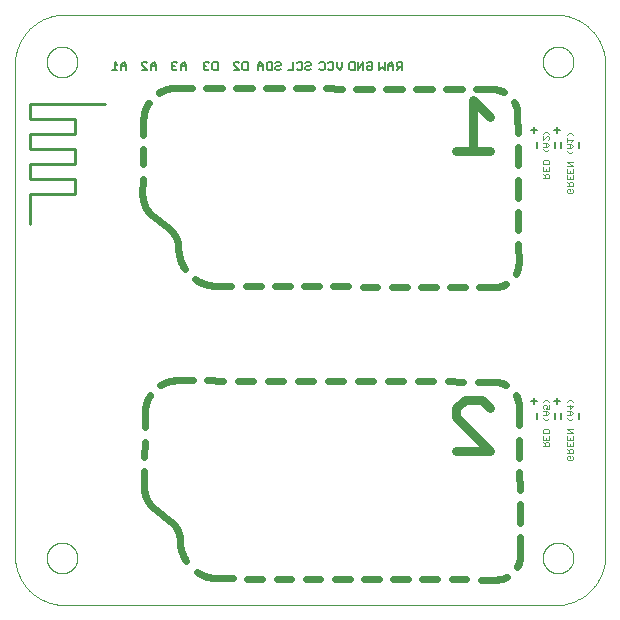
<source format=gbo>
G75*
%MOIN*%
%OFA0B0*%
%FSLAX25Y25*%
%IPPOS*%
%LPD*%
%AMOC8*
5,1,8,0,0,1.08239X$1,22.5*
%
%ADD10C,0.00000*%
%ADD11C,0.00500*%
%ADD12C,0.01000*%
%ADD13C,0.02400*%
%ADD14C,0.03000*%
%ADD15C,0.00400*%
D10*
X0001000Y0017703D02*
X0001000Y0181147D01*
X0011630Y0182102D02*
X0011632Y0182245D01*
X0011638Y0182388D01*
X0011648Y0182530D01*
X0011662Y0182672D01*
X0011680Y0182814D01*
X0011702Y0182956D01*
X0011727Y0183096D01*
X0011757Y0183236D01*
X0011791Y0183375D01*
X0011828Y0183513D01*
X0011870Y0183650D01*
X0011915Y0183785D01*
X0011964Y0183919D01*
X0012016Y0184052D01*
X0012072Y0184184D01*
X0012132Y0184313D01*
X0012196Y0184441D01*
X0012263Y0184568D01*
X0012334Y0184692D01*
X0012408Y0184814D01*
X0012485Y0184934D01*
X0012566Y0185052D01*
X0012650Y0185168D01*
X0012737Y0185281D01*
X0012827Y0185392D01*
X0012921Y0185500D01*
X0013017Y0185606D01*
X0013116Y0185708D01*
X0013219Y0185808D01*
X0013323Y0185905D01*
X0013431Y0186000D01*
X0013541Y0186091D01*
X0013654Y0186179D01*
X0013769Y0186263D01*
X0013886Y0186345D01*
X0014006Y0186423D01*
X0014127Y0186498D01*
X0014251Y0186570D01*
X0014377Y0186638D01*
X0014504Y0186702D01*
X0014634Y0186763D01*
X0014765Y0186820D01*
X0014897Y0186874D01*
X0015031Y0186923D01*
X0015166Y0186970D01*
X0015303Y0187012D01*
X0015441Y0187050D01*
X0015579Y0187085D01*
X0015719Y0187115D01*
X0015859Y0187142D01*
X0016000Y0187165D01*
X0016142Y0187184D01*
X0016284Y0187199D01*
X0016427Y0187210D01*
X0016569Y0187217D01*
X0016712Y0187220D01*
X0016855Y0187219D01*
X0016998Y0187214D01*
X0017141Y0187205D01*
X0017283Y0187192D01*
X0017425Y0187175D01*
X0017566Y0187154D01*
X0017707Y0187129D01*
X0017847Y0187101D01*
X0017986Y0187068D01*
X0018124Y0187031D01*
X0018261Y0186991D01*
X0018397Y0186947D01*
X0018532Y0186899D01*
X0018665Y0186847D01*
X0018797Y0186792D01*
X0018927Y0186733D01*
X0019056Y0186670D01*
X0019182Y0186604D01*
X0019307Y0186534D01*
X0019430Y0186461D01*
X0019550Y0186385D01*
X0019669Y0186305D01*
X0019785Y0186221D01*
X0019899Y0186135D01*
X0020010Y0186045D01*
X0020119Y0185953D01*
X0020225Y0185857D01*
X0020329Y0185759D01*
X0020430Y0185657D01*
X0020527Y0185553D01*
X0020622Y0185446D01*
X0020714Y0185337D01*
X0020803Y0185225D01*
X0020889Y0185110D01*
X0020971Y0184994D01*
X0021050Y0184874D01*
X0021126Y0184753D01*
X0021198Y0184630D01*
X0021267Y0184505D01*
X0021332Y0184378D01*
X0021394Y0184249D01*
X0021452Y0184118D01*
X0021507Y0183986D01*
X0021557Y0183852D01*
X0021604Y0183717D01*
X0021648Y0183581D01*
X0021687Y0183444D01*
X0021722Y0183305D01*
X0021754Y0183166D01*
X0021782Y0183026D01*
X0021806Y0182885D01*
X0021826Y0182743D01*
X0021842Y0182601D01*
X0021854Y0182459D01*
X0021862Y0182316D01*
X0021866Y0182173D01*
X0021866Y0182031D01*
X0021862Y0181888D01*
X0021854Y0181745D01*
X0021842Y0181603D01*
X0021826Y0181461D01*
X0021806Y0181319D01*
X0021782Y0181178D01*
X0021754Y0181038D01*
X0021722Y0180899D01*
X0021687Y0180760D01*
X0021648Y0180623D01*
X0021604Y0180487D01*
X0021557Y0180352D01*
X0021507Y0180218D01*
X0021452Y0180086D01*
X0021394Y0179955D01*
X0021332Y0179826D01*
X0021267Y0179699D01*
X0021198Y0179574D01*
X0021126Y0179451D01*
X0021050Y0179330D01*
X0020971Y0179210D01*
X0020889Y0179094D01*
X0020803Y0178979D01*
X0020714Y0178867D01*
X0020622Y0178758D01*
X0020527Y0178651D01*
X0020430Y0178547D01*
X0020329Y0178445D01*
X0020225Y0178347D01*
X0020119Y0178251D01*
X0020010Y0178159D01*
X0019899Y0178069D01*
X0019785Y0177983D01*
X0019669Y0177899D01*
X0019550Y0177819D01*
X0019430Y0177743D01*
X0019307Y0177670D01*
X0019182Y0177600D01*
X0019056Y0177534D01*
X0018927Y0177471D01*
X0018797Y0177412D01*
X0018665Y0177357D01*
X0018532Y0177305D01*
X0018397Y0177257D01*
X0018261Y0177213D01*
X0018124Y0177173D01*
X0017986Y0177136D01*
X0017847Y0177103D01*
X0017707Y0177075D01*
X0017566Y0177050D01*
X0017425Y0177029D01*
X0017283Y0177012D01*
X0017141Y0176999D01*
X0016998Y0176990D01*
X0016855Y0176985D01*
X0016712Y0176984D01*
X0016569Y0176987D01*
X0016427Y0176994D01*
X0016284Y0177005D01*
X0016142Y0177020D01*
X0016000Y0177039D01*
X0015859Y0177062D01*
X0015719Y0177089D01*
X0015579Y0177119D01*
X0015441Y0177154D01*
X0015303Y0177192D01*
X0015166Y0177234D01*
X0015031Y0177281D01*
X0014897Y0177330D01*
X0014765Y0177384D01*
X0014634Y0177441D01*
X0014504Y0177502D01*
X0014377Y0177566D01*
X0014251Y0177634D01*
X0014127Y0177706D01*
X0014006Y0177781D01*
X0013886Y0177859D01*
X0013769Y0177941D01*
X0013654Y0178025D01*
X0013541Y0178113D01*
X0013431Y0178204D01*
X0013323Y0178299D01*
X0013219Y0178396D01*
X0013116Y0178496D01*
X0013017Y0178598D01*
X0012921Y0178704D01*
X0012827Y0178812D01*
X0012737Y0178923D01*
X0012650Y0179036D01*
X0012566Y0179152D01*
X0012485Y0179270D01*
X0012408Y0179390D01*
X0012334Y0179512D01*
X0012263Y0179636D01*
X0012196Y0179763D01*
X0012132Y0179891D01*
X0012072Y0180020D01*
X0012016Y0180152D01*
X0011964Y0180285D01*
X0011915Y0180419D01*
X0011870Y0180554D01*
X0011828Y0180691D01*
X0011791Y0180829D01*
X0011757Y0180968D01*
X0011727Y0181108D01*
X0011702Y0181248D01*
X0011680Y0181390D01*
X0011662Y0181532D01*
X0011648Y0181674D01*
X0011638Y0181816D01*
X0011632Y0181959D01*
X0011630Y0182102D01*
X0001000Y0181147D02*
X0001005Y0181557D01*
X0001020Y0181967D01*
X0001045Y0182376D01*
X0001080Y0182784D01*
X0001126Y0183192D01*
X0001181Y0183598D01*
X0001246Y0184003D01*
X0001321Y0184406D01*
X0001406Y0184807D01*
X0001501Y0185205D01*
X0001605Y0185602D01*
X0001719Y0185996D01*
X0001843Y0186386D01*
X0001976Y0186774D01*
X0002119Y0187158D01*
X0002271Y0187539D01*
X0002433Y0187916D01*
X0002604Y0188288D01*
X0002783Y0188657D01*
X0002972Y0189021D01*
X0003170Y0189380D01*
X0003376Y0189734D01*
X0003591Y0190083D01*
X0003815Y0190427D01*
X0004047Y0190765D01*
X0004287Y0191097D01*
X0004535Y0191423D01*
X0004791Y0191743D01*
X0005055Y0192057D01*
X0005327Y0192364D01*
X0005606Y0192664D01*
X0005892Y0192958D01*
X0006186Y0193244D01*
X0006486Y0193523D01*
X0006793Y0193795D01*
X0007107Y0194059D01*
X0007427Y0194315D01*
X0007753Y0194563D01*
X0008085Y0194803D01*
X0008423Y0195035D01*
X0008767Y0195259D01*
X0009116Y0195474D01*
X0009470Y0195680D01*
X0009829Y0195878D01*
X0010193Y0196067D01*
X0010562Y0196246D01*
X0010934Y0196417D01*
X0011311Y0196579D01*
X0011692Y0196731D01*
X0012076Y0196874D01*
X0012464Y0197007D01*
X0012854Y0197131D01*
X0013248Y0197245D01*
X0013645Y0197349D01*
X0014043Y0197444D01*
X0014444Y0197529D01*
X0014847Y0197604D01*
X0015252Y0197669D01*
X0015658Y0197724D01*
X0016066Y0197770D01*
X0016474Y0197805D01*
X0016883Y0197830D01*
X0017293Y0197845D01*
X0017703Y0197850D01*
X0181147Y0197850D01*
X0176984Y0182102D02*
X0176986Y0182245D01*
X0176992Y0182388D01*
X0177002Y0182530D01*
X0177016Y0182672D01*
X0177034Y0182814D01*
X0177056Y0182956D01*
X0177081Y0183096D01*
X0177111Y0183236D01*
X0177145Y0183375D01*
X0177182Y0183513D01*
X0177224Y0183650D01*
X0177269Y0183785D01*
X0177318Y0183919D01*
X0177370Y0184052D01*
X0177426Y0184184D01*
X0177486Y0184313D01*
X0177550Y0184441D01*
X0177617Y0184568D01*
X0177688Y0184692D01*
X0177762Y0184814D01*
X0177839Y0184934D01*
X0177920Y0185052D01*
X0178004Y0185168D01*
X0178091Y0185281D01*
X0178181Y0185392D01*
X0178275Y0185500D01*
X0178371Y0185606D01*
X0178470Y0185708D01*
X0178573Y0185808D01*
X0178677Y0185905D01*
X0178785Y0186000D01*
X0178895Y0186091D01*
X0179008Y0186179D01*
X0179123Y0186263D01*
X0179240Y0186345D01*
X0179360Y0186423D01*
X0179481Y0186498D01*
X0179605Y0186570D01*
X0179731Y0186638D01*
X0179858Y0186702D01*
X0179988Y0186763D01*
X0180119Y0186820D01*
X0180251Y0186874D01*
X0180385Y0186923D01*
X0180520Y0186970D01*
X0180657Y0187012D01*
X0180795Y0187050D01*
X0180933Y0187085D01*
X0181073Y0187115D01*
X0181213Y0187142D01*
X0181354Y0187165D01*
X0181496Y0187184D01*
X0181638Y0187199D01*
X0181781Y0187210D01*
X0181923Y0187217D01*
X0182066Y0187220D01*
X0182209Y0187219D01*
X0182352Y0187214D01*
X0182495Y0187205D01*
X0182637Y0187192D01*
X0182779Y0187175D01*
X0182920Y0187154D01*
X0183061Y0187129D01*
X0183201Y0187101D01*
X0183340Y0187068D01*
X0183478Y0187031D01*
X0183615Y0186991D01*
X0183751Y0186947D01*
X0183886Y0186899D01*
X0184019Y0186847D01*
X0184151Y0186792D01*
X0184281Y0186733D01*
X0184410Y0186670D01*
X0184536Y0186604D01*
X0184661Y0186534D01*
X0184784Y0186461D01*
X0184904Y0186385D01*
X0185023Y0186305D01*
X0185139Y0186221D01*
X0185253Y0186135D01*
X0185364Y0186045D01*
X0185473Y0185953D01*
X0185579Y0185857D01*
X0185683Y0185759D01*
X0185784Y0185657D01*
X0185881Y0185553D01*
X0185976Y0185446D01*
X0186068Y0185337D01*
X0186157Y0185225D01*
X0186243Y0185110D01*
X0186325Y0184994D01*
X0186404Y0184874D01*
X0186480Y0184753D01*
X0186552Y0184630D01*
X0186621Y0184505D01*
X0186686Y0184378D01*
X0186748Y0184249D01*
X0186806Y0184118D01*
X0186861Y0183986D01*
X0186911Y0183852D01*
X0186958Y0183717D01*
X0187002Y0183581D01*
X0187041Y0183444D01*
X0187076Y0183305D01*
X0187108Y0183166D01*
X0187136Y0183026D01*
X0187160Y0182885D01*
X0187180Y0182743D01*
X0187196Y0182601D01*
X0187208Y0182459D01*
X0187216Y0182316D01*
X0187220Y0182173D01*
X0187220Y0182031D01*
X0187216Y0181888D01*
X0187208Y0181745D01*
X0187196Y0181603D01*
X0187180Y0181461D01*
X0187160Y0181319D01*
X0187136Y0181178D01*
X0187108Y0181038D01*
X0187076Y0180899D01*
X0187041Y0180760D01*
X0187002Y0180623D01*
X0186958Y0180487D01*
X0186911Y0180352D01*
X0186861Y0180218D01*
X0186806Y0180086D01*
X0186748Y0179955D01*
X0186686Y0179826D01*
X0186621Y0179699D01*
X0186552Y0179574D01*
X0186480Y0179451D01*
X0186404Y0179330D01*
X0186325Y0179210D01*
X0186243Y0179094D01*
X0186157Y0178979D01*
X0186068Y0178867D01*
X0185976Y0178758D01*
X0185881Y0178651D01*
X0185784Y0178547D01*
X0185683Y0178445D01*
X0185579Y0178347D01*
X0185473Y0178251D01*
X0185364Y0178159D01*
X0185253Y0178069D01*
X0185139Y0177983D01*
X0185023Y0177899D01*
X0184904Y0177819D01*
X0184784Y0177743D01*
X0184661Y0177670D01*
X0184536Y0177600D01*
X0184410Y0177534D01*
X0184281Y0177471D01*
X0184151Y0177412D01*
X0184019Y0177357D01*
X0183886Y0177305D01*
X0183751Y0177257D01*
X0183615Y0177213D01*
X0183478Y0177173D01*
X0183340Y0177136D01*
X0183201Y0177103D01*
X0183061Y0177075D01*
X0182920Y0177050D01*
X0182779Y0177029D01*
X0182637Y0177012D01*
X0182495Y0176999D01*
X0182352Y0176990D01*
X0182209Y0176985D01*
X0182066Y0176984D01*
X0181923Y0176987D01*
X0181781Y0176994D01*
X0181638Y0177005D01*
X0181496Y0177020D01*
X0181354Y0177039D01*
X0181213Y0177062D01*
X0181073Y0177089D01*
X0180933Y0177119D01*
X0180795Y0177154D01*
X0180657Y0177192D01*
X0180520Y0177234D01*
X0180385Y0177281D01*
X0180251Y0177330D01*
X0180119Y0177384D01*
X0179988Y0177441D01*
X0179858Y0177502D01*
X0179731Y0177566D01*
X0179605Y0177634D01*
X0179481Y0177706D01*
X0179360Y0177781D01*
X0179240Y0177859D01*
X0179123Y0177941D01*
X0179008Y0178025D01*
X0178895Y0178113D01*
X0178785Y0178204D01*
X0178677Y0178299D01*
X0178573Y0178396D01*
X0178470Y0178496D01*
X0178371Y0178598D01*
X0178275Y0178704D01*
X0178181Y0178812D01*
X0178091Y0178923D01*
X0178004Y0179036D01*
X0177920Y0179152D01*
X0177839Y0179270D01*
X0177762Y0179390D01*
X0177688Y0179512D01*
X0177617Y0179636D01*
X0177550Y0179763D01*
X0177486Y0179891D01*
X0177426Y0180020D01*
X0177370Y0180152D01*
X0177318Y0180285D01*
X0177269Y0180419D01*
X0177224Y0180554D01*
X0177182Y0180691D01*
X0177145Y0180829D01*
X0177111Y0180968D01*
X0177081Y0181108D01*
X0177056Y0181248D01*
X0177034Y0181390D01*
X0177016Y0181532D01*
X0177002Y0181674D01*
X0176992Y0181816D01*
X0176986Y0181959D01*
X0176984Y0182102D01*
X0181147Y0197850D02*
X0181551Y0197845D01*
X0181954Y0197830D01*
X0182357Y0197806D01*
X0182759Y0197772D01*
X0183160Y0197728D01*
X0183560Y0197675D01*
X0183959Y0197612D01*
X0184356Y0197539D01*
X0184751Y0197456D01*
X0185144Y0197365D01*
X0185535Y0197263D01*
X0185923Y0197153D01*
X0186309Y0197032D01*
X0186691Y0196903D01*
X0187070Y0196765D01*
X0187446Y0196617D01*
X0187818Y0196460D01*
X0188186Y0196295D01*
X0188550Y0196120D01*
X0188909Y0195937D01*
X0189264Y0195745D01*
X0189615Y0195544D01*
X0189960Y0195336D01*
X0190300Y0195119D01*
X0190635Y0194893D01*
X0190965Y0194660D01*
X0191288Y0194419D01*
X0191606Y0194170D01*
X0191918Y0193913D01*
X0192223Y0193649D01*
X0192522Y0193378D01*
X0192814Y0193100D01*
X0193100Y0192814D01*
X0193378Y0192522D01*
X0193649Y0192223D01*
X0193913Y0191918D01*
X0194170Y0191606D01*
X0194419Y0191288D01*
X0194660Y0190965D01*
X0194893Y0190635D01*
X0195119Y0190300D01*
X0195336Y0189960D01*
X0195544Y0189615D01*
X0195745Y0189264D01*
X0195937Y0188909D01*
X0196120Y0188550D01*
X0196295Y0188186D01*
X0196460Y0187818D01*
X0196617Y0187446D01*
X0196765Y0187070D01*
X0196903Y0186691D01*
X0197032Y0186309D01*
X0197153Y0185923D01*
X0197263Y0185535D01*
X0197365Y0185144D01*
X0197456Y0184751D01*
X0197539Y0184356D01*
X0197612Y0183959D01*
X0197675Y0183560D01*
X0197728Y0183160D01*
X0197772Y0182759D01*
X0197806Y0182357D01*
X0197830Y0181954D01*
X0197845Y0181551D01*
X0197850Y0181147D01*
X0197850Y0017703D01*
X0176984Y0016748D02*
X0176986Y0016891D01*
X0176992Y0017034D01*
X0177002Y0017176D01*
X0177016Y0017318D01*
X0177034Y0017460D01*
X0177056Y0017602D01*
X0177081Y0017742D01*
X0177111Y0017882D01*
X0177145Y0018021D01*
X0177182Y0018159D01*
X0177224Y0018296D01*
X0177269Y0018431D01*
X0177318Y0018565D01*
X0177370Y0018698D01*
X0177426Y0018830D01*
X0177486Y0018959D01*
X0177550Y0019087D01*
X0177617Y0019214D01*
X0177688Y0019338D01*
X0177762Y0019460D01*
X0177839Y0019580D01*
X0177920Y0019698D01*
X0178004Y0019814D01*
X0178091Y0019927D01*
X0178181Y0020038D01*
X0178275Y0020146D01*
X0178371Y0020252D01*
X0178470Y0020354D01*
X0178573Y0020454D01*
X0178677Y0020551D01*
X0178785Y0020646D01*
X0178895Y0020737D01*
X0179008Y0020825D01*
X0179123Y0020909D01*
X0179240Y0020991D01*
X0179360Y0021069D01*
X0179481Y0021144D01*
X0179605Y0021216D01*
X0179731Y0021284D01*
X0179858Y0021348D01*
X0179988Y0021409D01*
X0180119Y0021466D01*
X0180251Y0021520D01*
X0180385Y0021569D01*
X0180520Y0021616D01*
X0180657Y0021658D01*
X0180795Y0021696D01*
X0180933Y0021731D01*
X0181073Y0021761D01*
X0181213Y0021788D01*
X0181354Y0021811D01*
X0181496Y0021830D01*
X0181638Y0021845D01*
X0181781Y0021856D01*
X0181923Y0021863D01*
X0182066Y0021866D01*
X0182209Y0021865D01*
X0182352Y0021860D01*
X0182495Y0021851D01*
X0182637Y0021838D01*
X0182779Y0021821D01*
X0182920Y0021800D01*
X0183061Y0021775D01*
X0183201Y0021747D01*
X0183340Y0021714D01*
X0183478Y0021677D01*
X0183615Y0021637D01*
X0183751Y0021593D01*
X0183886Y0021545D01*
X0184019Y0021493D01*
X0184151Y0021438D01*
X0184281Y0021379D01*
X0184410Y0021316D01*
X0184536Y0021250D01*
X0184661Y0021180D01*
X0184784Y0021107D01*
X0184904Y0021031D01*
X0185023Y0020951D01*
X0185139Y0020867D01*
X0185253Y0020781D01*
X0185364Y0020691D01*
X0185473Y0020599D01*
X0185579Y0020503D01*
X0185683Y0020405D01*
X0185784Y0020303D01*
X0185881Y0020199D01*
X0185976Y0020092D01*
X0186068Y0019983D01*
X0186157Y0019871D01*
X0186243Y0019756D01*
X0186325Y0019640D01*
X0186404Y0019520D01*
X0186480Y0019399D01*
X0186552Y0019276D01*
X0186621Y0019151D01*
X0186686Y0019024D01*
X0186748Y0018895D01*
X0186806Y0018764D01*
X0186861Y0018632D01*
X0186911Y0018498D01*
X0186958Y0018363D01*
X0187002Y0018227D01*
X0187041Y0018090D01*
X0187076Y0017951D01*
X0187108Y0017812D01*
X0187136Y0017672D01*
X0187160Y0017531D01*
X0187180Y0017389D01*
X0187196Y0017247D01*
X0187208Y0017105D01*
X0187216Y0016962D01*
X0187220Y0016819D01*
X0187220Y0016677D01*
X0187216Y0016534D01*
X0187208Y0016391D01*
X0187196Y0016249D01*
X0187180Y0016107D01*
X0187160Y0015965D01*
X0187136Y0015824D01*
X0187108Y0015684D01*
X0187076Y0015545D01*
X0187041Y0015406D01*
X0187002Y0015269D01*
X0186958Y0015133D01*
X0186911Y0014998D01*
X0186861Y0014864D01*
X0186806Y0014732D01*
X0186748Y0014601D01*
X0186686Y0014472D01*
X0186621Y0014345D01*
X0186552Y0014220D01*
X0186480Y0014097D01*
X0186404Y0013976D01*
X0186325Y0013856D01*
X0186243Y0013740D01*
X0186157Y0013625D01*
X0186068Y0013513D01*
X0185976Y0013404D01*
X0185881Y0013297D01*
X0185784Y0013193D01*
X0185683Y0013091D01*
X0185579Y0012993D01*
X0185473Y0012897D01*
X0185364Y0012805D01*
X0185253Y0012715D01*
X0185139Y0012629D01*
X0185023Y0012545D01*
X0184904Y0012465D01*
X0184784Y0012389D01*
X0184661Y0012316D01*
X0184536Y0012246D01*
X0184410Y0012180D01*
X0184281Y0012117D01*
X0184151Y0012058D01*
X0184019Y0012003D01*
X0183886Y0011951D01*
X0183751Y0011903D01*
X0183615Y0011859D01*
X0183478Y0011819D01*
X0183340Y0011782D01*
X0183201Y0011749D01*
X0183061Y0011721D01*
X0182920Y0011696D01*
X0182779Y0011675D01*
X0182637Y0011658D01*
X0182495Y0011645D01*
X0182352Y0011636D01*
X0182209Y0011631D01*
X0182066Y0011630D01*
X0181923Y0011633D01*
X0181781Y0011640D01*
X0181638Y0011651D01*
X0181496Y0011666D01*
X0181354Y0011685D01*
X0181213Y0011708D01*
X0181073Y0011735D01*
X0180933Y0011765D01*
X0180795Y0011800D01*
X0180657Y0011838D01*
X0180520Y0011880D01*
X0180385Y0011927D01*
X0180251Y0011976D01*
X0180119Y0012030D01*
X0179988Y0012087D01*
X0179858Y0012148D01*
X0179731Y0012212D01*
X0179605Y0012280D01*
X0179481Y0012352D01*
X0179360Y0012427D01*
X0179240Y0012505D01*
X0179123Y0012587D01*
X0179008Y0012671D01*
X0178895Y0012759D01*
X0178785Y0012850D01*
X0178677Y0012945D01*
X0178573Y0013042D01*
X0178470Y0013142D01*
X0178371Y0013244D01*
X0178275Y0013350D01*
X0178181Y0013458D01*
X0178091Y0013569D01*
X0178004Y0013682D01*
X0177920Y0013798D01*
X0177839Y0013916D01*
X0177762Y0014036D01*
X0177688Y0014158D01*
X0177617Y0014282D01*
X0177550Y0014409D01*
X0177486Y0014537D01*
X0177426Y0014666D01*
X0177370Y0014798D01*
X0177318Y0014931D01*
X0177269Y0015065D01*
X0177224Y0015200D01*
X0177182Y0015337D01*
X0177145Y0015475D01*
X0177111Y0015614D01*
X0177081Y0015754D01*
X0177056Y0015894D01*
X0177034Y0016036D01*
X0177016Y0016178D01*
X0177002Y0016320D01*
X0176992Y0016462D01*
X0176986Y0016605D01*
X0176984Y0016748D01*
X0181147Y0001000D02*
X0181551Y0001005D01*
X0181954Y0001020D01*
X0182357Y0001044D01*
X0182759Y0001078D01*
X0183160Y0001122D01*
X0183560Y0001175D01*
X0183959Y0001238D01*
X0184356Y0001311D01*
X0184751Y0001394D01*
X0185144Y0001485D01*
X0185535Y0001587D01*
X0185923Y0001697D01*
X0186309Y0001818D01*
X0186691Y0001947D01*
X0187070Y0002085D01*
X0187446Y0002233D01*
X0187818Y0002390D01*
X0188186Y0002555D01*
X0188550Y0002730D01*
X0188909Y0002913D01*
X0189264Y0003105D01*
X0189615Y0003306D01*
X0189960Y0003514D01*
X0190300Y0003731D01*
X0190635Y0003957D01*
X0190965Y0004190D01*
X0191288Y0004431D01*
X0191606Y0004680D01*
X0191918Y0004937D01*
X0192223Y0005201D01*
X0192522Y0005472D01*
X0192814Y0005750D01*
X0193100Y0006036D01*
X0193378Y0006328D01*
X0193649Y0006627D01*
X0193913Y0006932D01*
X0194170Y0007244D01*
X0194419Y0007562D01*
X0194660Y0007885D01*
X0194893Y0008215D01*
X0195119Y0008550D01*
X0195336Y0008890D01*
X0195544Y0009235D01*
X0195745Y0009586D01*
X0195937Y0009941D01*
X0196120Y0010300D01*
X0196295Y0010664D01*
X0196460Y0011032D01*
X0196617Y0011404D01*
X0196765Y0011780D01*
X0196903Y0012159D01*
X0197032Y0012541D01*
X0197153Y0012927D01*
X0197263Y0013315D01*
X0197365Y0013706D01*
X0197456Y0014099D01*
X0197539Y0014494D01*
X0197612Y0014891D01*
X0197675Y0015290D01*
X0197728Y0015690D01*
X0197772Y0016091D01*
X0197806Y0016493D01*
X0197830Y0016896D01*
X0197845Y0017299D01*
X0197850Y0017703D01*
X0181147Y0001000D02*
X0017703Y0001000D01*
X0011630Y0016748D02*
X0011632Y0016891D01*
X0011638Y0017034D01*
X0011648Y0017176D01*
X0011662Y0017318D01*
X0011680Y0017460D01*
X0011702Y0017602D01*
X0011727Y0017742D01*
X0011757Y0017882D01*
X0011791Y0018021D01*
X0011828Y0018159D01*
X0011870Y0018296D01*
X0011915Y0018431D01*
X0011964Y0018565D01*
X0012016Y0018698D01*
X0012072Y0018830D01*
X0012132Y0018959D01*
X0012196Y0019087D01*
X0012263Y0019214D01*
X0012334Y0019338D01*
X0012408Y0019460D01*
X0012485Y0019580D01*
X0012566Y0019698D01*
X0012650Y0019814D01*
X0012737Y0019927D01*
X0012827Y0020038D01*
X0012921Y0020146D01*
X0013017Y0020252D01*
X0013116Y0020354D01*
X0013219Y0020454D01*
X0013323Y0020551D01*
X0013431Y0020646D01*
X0013541Y0020737D01*
X0013654Y0020825D01*
X0013769Y0020909D01*
X0013886Y0020991D01*
X0014006Y0021069D01*
X0014127Y0021144D01*
X0014251Y0021216D01*
X0014377Y0021284D01*
X0014504Y0021348D01*
X0014634Y0021409D01*
X0014765Y0021466D01*
X0014897Y0021520D01*
X0015031Y0021569D01*
X0015166Y0021616D01*
X0015303Y0021658D01*
X0015441Y0021696D01*
X0015579Y0021731D01*
X0015719Y0021761D01*
X0015859Y0021788D01*
X0016000Y0021811D01*
X0016142Y0021830D01*
X0016284Y0021845D01*
X0016427Y0021856D01*
X0016569Y0021863D01*
X0016712Y0021866D01*
X0016855Y0021865D01*
X0016998Y0021860D01*
X0017141Y0021851D01*
X0017283Y0021838D01*
X0017425Y0021821D01*
X0017566Y0021800D01*
X0017707Y0021775D01*
X0017847Y0021747D01*
X0017986Y0021714D01*
X0018124Y0021677D01*
X0018261Y0021637D01*
X0018397Y0021593D01*
X0018532Y0021545D01*
X0018665Y0021493D01*
X0018797Y0021438D01*
X0018927Y0021379D01*
X0019056Y0021316D01*
X0019182Y0021250D01*
X0019307Y0021180D01*
X0019430Y0021107D01*
X0019550Y0021031D01*
X0019669Y0020951D01*
X0019785Y0020867D01*
X0019899Y0020781D01*
X0020010Y0020691D01*
X0020119Y0020599D01*
X0020225Y0020503D01*
X0020329Y0020405D01*
X0020430Y0020303D01*
X0020527Y0020199D01*
X0020622Y0020092D01*
X0020714Y0019983D01*
X0020803Y0019871D01*
X0020889Y0019756D01*
X0020971Y0019640D01*
X0021050Y0019520D01*
X0021126Y0019399D01*
X0021198Y0019276D01*
X0021267Y0019151D01*
X0021332Y0019024D01*
X0021394Y0018895D01*
X0021452Y0018764D01*
X0021507Y0018632D01*
X0021557Y0018498D01*
X0021604Y0018363D01*
X0021648Y0018227D01*
X0021687Y0018090D01*
X0021722Y0017951D01*
X0021754Y0017812D01*
X0021782Y0017672D01*
X0021806Y0017531D01*
X0021826Y0017389D01*
X0021842Y0017247D01*
X0021854Y0017105D01*
X0021862Y0016962D01*
X0021866Y0016819D01*
X0021866Y0016677D01*
X0021862Y0016534D01*
X0021854Y0016391D01*
X0021842Y0016249D01*
X0021826Y0016107D01*
X0021806Y0015965D01*
X0021782Y0015824D01*
X0021754Y0015684D01*
X0021722Y0015545D01*
X0021687Y0015406D01*
X0021648Y0015269D01*
X0021604Y0015133D01*
X0021557Y0014998D01*
X0021507Y0014864D01*
X0021452Y0014732D01*
X0021394Y0014601D01*
X0021332Y0014472D01*
X0021267Y0014345D01*
X0021198Y0014220D01*
X0021126Y0014097D01*
X0021050Y0013976D01*
X0020971Y0013856D01*
X0020889Y0013740D01*
X0020803Y0013625D01*
X0020714Y0013513D01*
X0020622Y0013404D01*
X0020527Y0013297D01*
X0020430Y0013193D01*
X0020329Y0013091D01*
X0020225Y0012993D01*
X0020119Y0012897D01*
X0020010Y0012805D01*
X0019899Y0012715D01*
X0019785Y0012629D01*
X0019669Y0012545D01*
X0019550Y0012465D01*
X0019430Y0012389D01*
X0019307Y0012316D01*
X0019182Y0012246D01*
X0019056Y0012180D01*
X0018927Y0012117D01*
X0018797Y0012058D01*
X0018665Y0012003D01*
X0018532Y0011951D01*
X0018397Y0011903D01*
X0018261Y0011859D01*
X0018124Y0011819D01*
X0017986Y0011782D01*
X0017847Y0011749D01*
X0017707Y0011721D01*
X0017566Y0011696D01*
X0017425Y0011675D01*
X0017283Y0011658D01*
X0017141Y0011645D01*
X0016998Y0011636D01*
X0016855Y0011631D01*
X0016712Y0011630D01*
X0016569Y0011633D01*
X0016427Y0011640D01*
X0016284Y0011651D01*
X0016142Y0011666D01*
X0016000Y0011685D01*
X0015859Y0011708D01*
X0015719Y0011735D01*
X0015579Y0011765D01*
X0015441Y0011800D01*
X0015303Y0011838D01*
X0015166Y0011880D01*
X0015031Y0011927D01*
X0014897Y0011976D01*
X0014765Y0012030D01*
X0014634Y0012087D01*
X0014504Y0012148D01*
X0014377Y0012212D01*
X0014251Y0012280D01*
X0014127Y0012352D01*
X0014006Y0012427D01*
X0013886Y0012505D01*
X0013769Y0012587D01*
X0013654Y0012671D01*
X0013541Y0012759D01*
X0013431Y0012850D01*
X0013323Y0012945D01*
X0013219Y0013042D01*
X0013116Y0013142D01*
X0013017Y0013244D01*
X0012921Y0013350D01*
X0012827Y0013458D01*
X0012737Y0013569D01*
X0012650Y0013682D01*
X0012566Y0013798D01*
X0012485Y0013916D01*
X0012408Y0014036D01*
X0012334Y0014158D01*
X0012263Y0014282D01*
X0012196Y0014409D01*
X0012132Y0014537D01*
X0012072Y0014666D01*
X0012016Y0014798D01*
X0011964Y0014931D01*
X0011915Y0015065D01*
X0011870Y0015200D01*
X0011828Y0015337D01*
X0011791Y0015475D01*
X0011757Y0015614D01*
X0011727Y0015754D01*
X0011702Y0015894D01*
X0011680Y0016036D01*
X0011662Y0016178D01*
X0011648Y0016320D01*
X0011638Y0016462D01*
X0011632Y0016605D01*
X0011630Y0016748D01*
X0001000Y0017703D02*
X0001005Y0017293D01*
X0001020Y0016883D01*
X0001045Y0016474D01*
X0001080Y0016066D01*
X0001126Y0015658D01*
X0001181Y0015252D01*
X0001246Y0014847D01*
X0001321Y0014444D01*
X0001406Y0014043D01*
X0001501Y0013645D01*
X0001605Y0013248D01*
X0001719Y0012854D01*
X0001843Y0012464D01*
X0001976Y0012076D01*
X0002119Y0011692D01*
X0002271Y0011311D01*
X0002433Y0010934D01*
X0002604Y0010562D01*
X0002783Y0010193D01*
X0002972Y0009829D01*
X0003170Y0009470D01*
X0003376Y0009116D01*
X0003591Y0008767D01*
X0003815Y0008423D01*
X0004047Y0008085D01*
X0004287Y0007753D01*
X0004535Y0007427D01*
X0004791Y0007107D01*
X0005055Y0006793D01*
X0005327Y0006486D01*
X0005606Y0006186D01*
X0005892Y0005892D01*
X0006186Y0005606D01*
X0006486Y0005327D01*
X0006793Y0005055D01*
X0007107Y0004791D01*
X0007427Y0004535D01*
X0007753Y0004287D01*
X0008085Y0004047D01*
X0008423Y0003815D01*
X0008767Y0003591D01*
X0009116Y0003376D01*
X0009470Y0003170D01*
X0009829Y0002972D01*
X0010193Y0002783D01*
X0010562Y0002604D01*
X0010934Y0002433D01*
X0011311Y0002271D01*
X0011692Y0002119D01*
X0012076Y0001976D01*
X0012464Y0001843D01*
X0012854Y0001719D01*
X0013248Y0001605D01*
X0013645Y0001501D01*
X0014043Y0001406D01*
X0014444Y0001321D01*
X0014847Y0001246D01*
X0015252Y0001181D01*
X0015658Y0001126D01*
X0016066Y0001080D01*
X0016474Y0001045D01*
X0016883Y0001020D01*
X0017293Y0001005D01*
X0017703Y0001000D01*
D11*
X0172965Y0068992D02*
X0174965Y0068992D01*
X0173965Y0069992D02*
X0173965Y0067992D01*
X0175165Y0064992D02*
X0175165Y0062992D01*
X0181165Y0062992D02*
X0181165Y0064992D01*
X0183039Y0064992D02*
X0183039Y0062992D01*
X0181839Y0067992D02*
X0181839Y0069992D01*
X0180839Y0068992D02*
X0182839Y0068992D01*
X0189039Y0064992D02*
X0189039Y0062992D01*
X0189039Y0153543D02*
X0189039Y0155543D01*
X0183039Y0155543D02*
X0183039Y0153543D01*
X0181165Y0153543D02*
X0181165Y0155543D01*
X0181839Y0158543D02*
X0181839Y0160543D01*
X0180839Y0159543D02*
X0182839Y0159543D01*
X0174965Y0159543D02*
X0172965Y0159543D01*
X0173965Y0160543D02*
X0173965Y0158543D01*
X0175165Y0155543D02*
X0175165Y0153543D01*
X0130171Y0179356D02*
X0130171Y0182059D01*
X0128820Y0182059D01*
X0128370Y0181608D01*
X0128370Y0180707D01*
X0128820Y0180257D01*
X0130171Y0180257D01*
X0129270Y0180257D02*
X0128370Y0179356D01*
X0127225Y0179356D02*
X0127225Y0181158D01*
X0126324Y0182059D01*
X0125423Y0181158D01*
X0125423Y0179356D01*
X0124278Y0179356D02*
X0123377Y0180257D01*
X0122477Y0179356D01*
X0122477Y0182059D01*
X0124278Y0182059D02*
X0124278Y0179356D01*
X0125423Y0180707D02*
X0127225Y0180707D01*
X0120171Y0179807D02*
X0119721Y0179356D01*
X0118820Y0179356D01*
X0118370Y0179807D01*
X0118370Y0180707D01*
X0119270Y0180707D01*
X0118370Y0181608D02*
X0118820Y0182059D01*
X0119721Y0182059D01*
X0120171Y0181608D01*
X0120171Y0179807D01*
X0117225Y0179356D02*
X0117225Y0182059D01*
X0115423Y0179356D01*
X0115423Y0182059D01*
X0114278Y0182059D02*
X0112927Y0182059D01*
X0112477Y0181608D01*
X0112477Y0179807D01*
X0112927Y0179356D01*
X0114278Y0179356D01*
X0114278Y0182059D01*
X0110171Y0182059D02*
X0110171Y0180257D01*
X0109270Y0179356D01*
X0108370Y0180257D01*
X0108370Y0182059D01*
X0107225Y0181608D02*
X0107225Y0179807D01*
X0106774Y0179356D01*
X0105874Y0179356D01*
X0105423Y0179807D01*
X0104278Y0179807D02*
X0103828Y0179356D01*
X0102927Y0179356D01*
X0102477Y0179807D01*
X0102477Y0181608D02*
X0102927Y0182059D01*
X0103828Y0182059D01*
X0104278Y0181608D01*
X0104278Y0179807D01*
X0105423Y0181608D02*
X0105874Y0182059D01*
X0106774Y0182059D01*
X0107225Y0181608D01*
X0099671Y0181608D02*
X0099671Y0181158D01*
X0099221Y0180707D01*
X0098320Y0180707D01*
X0097870Y0180257D01*
X0097870Y0179807D01*
X0098320Y0179356D01*
X0099221Y0179356D01*
X0099671Y0179807D01*
X0099671Y0181608D02*
X0099221Y0182059D01*
X0098320Y0182059D01*
X0097870Y0181608D01*
X0096725Y0181608D02*
X0096725Y0179807D01*
X0096274Y0179356D01*
X0095374Y0179356D01*
X0094923Y0179807D01*
X0093778Y0179356D02*
X0091977Y0179356D01*
X0093778Y0179356D02*
X0093778Y0182059D01*
X0094923Y0181608D02*
X0095374Y0182059D01*
X0096274Y0182059D01*
X0096725Y0181608D01*
X0089671Y0181608D02*
X0089671Y0181158D01*
X0089221Y0180707D01*
X0088320Y0180707D01*
X0087870Y0180257D01*
X0087870Y0179807D01*
X0088320Y0179356D01*
X0089221Y0179356D01*
X0089671Y0179807D01*
X0089671Y0181608D02*
X0089221Y0182059D01*
X0088320Y0182059D01*
X0087870Y0181608D01*
X0086725Y0182059D02*
X0085374Y0182059D01*
X0084923Y0181608D01*
X0084923Y0179807D01*
X0085374Y0179356D01*
X0086725Y0179356D01*
X0086725Y0182059D01*
X0083778Y0181158D02*
X0082877Y0182059D01*
X0081977Y0181158D01*
X0081977Y0179356D01*
X0081977Y0180707D02*
X0083778Y0180707D01*
X0083778Y0181158D02*
X0083778Y0179356D01*
X0078671Y0179356D02*
X0077320Y0179356D01*
X0076870Y0179807D01*
X0076870Y0181608D01*
X0077320Y0182059D01*
X0078671Y0182059D01*
X0078671Y0179356D01*
X0075725Y0179356D02*
X0073923Y0181158D01*
X0073923Y0181608D01*
X0074374Y0182059D01*
X0075274Y0182059D01*
X0075725Y0181608D01*
X0075725Y0179356D02*
X0073923Y0179356D01*
X0068671Y0179356D02*
X0067320Y0179356D01*
X0066870Y0179807D01*
X0066870Y0181608D01*
X0067320Y0182059D01*
X0068671Y0182059D01*
X0068671Y0179356D01*
X0065725Y0179807D02*
X0065274Y0179356D01*
X0064374Y0179356D01*
X0063923Y0179807D01*
X0063923Y0180257D01*
X0064374Y0180707D01*
X0064824Y0180707D01*
X0064374Y0180707D02*
X0063923Y0181158D01*
X0063923Y0181608D01*
X0064374Y0182059D01*
X0065274Y0182059D01*
X0065725Y0181608D01*
X0058171Y0181158D02*
X0058171Y0179356D01*
X0058171Y0180707D02*
X0056370Y0180707D01*
X0056370Y0181158D02*
X0056370Y0179356D01*
X0055225Y0179807D02*
X0054774Y0179356D01*
X0053874Y0179356D01*
X0053423Y0179807D01*
X0053423Y0180257D01*
X0053874Y0180707D01*
X0054324Y0180707D01*
X0053874Y0180707D02*
X0053423Y0181158D01*
X0053423Y0181608D01*
X0053874Y0182059D01*
X0054774Y0182059D01*
X0055225Y0181608D01*
X0056370Y0181158D02*
X0057270Y0182059D01*
X0058171Y0181158D01*
X0048171Y0181158D02*
X0048171Y0179356D01*
X0048171Y0180707D02*
X0046370Y0180707D01*
X0046370Y0181158D02*
X0046370Y0179356D01*
X0045225Y0179356D02*
X0043423Y0181158D01*
X0043423Y0181608D01*
X0043874Y0182059D01*
X0044774Y0182059D01*
X0045225Y0181608D01*
X0046370Y0181158D02*
X0047270Y0182059D01*
X0048171Y0181158D01*
X0045225Y0179356D02*
X0043423Y0179356D01*
X0038171Y0179356D02*
X0038171Y0181158D01*
X0037270Y0182059D01*
X0036370Y0181158D01*
X0036370Y0179356D01*
X0035225Y0179356D02*
X0033423Y0179356D01*
X0034324Y0179356D02*
X0034324Y0182059D01*
X0035225Y0181158D01*
X0036370Y0180707D02*
X0038171Y0180707D01*
D12*
X0030921Y0167969D02*
X0005921Y0167969D01*
X0005921Y0162969D01*
X0020921Y0162969D01*
X0020921Y0157969D01*
X0005921Y0157969D01*
X0005921Y0152969D01*
X0020921Y0152969D01*
X0020921Y0147969D01*
X0005921Y0147969D01*
X0005921Y0142969D01*
X0020921Y0142969D01*
X0020921Y0137969D01*
X0005921Y0137969D01*
X0005921Y0127969D01*
D13*
X0043558Y0138117D02*
X0043620Y0143137D01*
X0043680Y0147936D02*
X0043743Y0152956D01*
X0043803Y0157756D02*
X0043866Y0162776D01*
X0048980Y0171832D02*
X0049205Y0171968D01*
X0049433Y0172098D01*
X0049665Y0172223D01*
X0049899Y0172342D01*
X0050137Y0172456D01*
X0050377Y0172563D01*
X0050619Y0172665D01*
X0050864Y0172761D01*
X0051111Y0172851D01*
X0051361Y0172934D01*
X0051612Y0173012D01*
X0051865Y0173084D01*
X0052120Y0173149D01*
X0052376Y0173208D01*
X0052634Y0173261D01*
X0052893Y0173308D01*
X0053152Y0173348D01*
X0053413Y0173382D01*
X0053675Y0173410D01*
X0053937Y0173431D01*
X0054200Y0173446D01*
X0054462Y0173455D01*
X0054725Y0173457D01*
X0059936Y0173436D01*
X0064736Y0173417D02*
X0069946Y0173396D01*
X0074746Y0173377D02*
X0079957Y0173356D01*
X0084757Y0173336D02*
X0089967Y0173315D01*
X0094767Y0173296D02*
X0099977Y0173275D01*
X0104777Y0173256D02*
X0109988Y0173235D01*
X0114788Y0173216D02*
X0119998Y0173195D01*
X0124798Y0173176D02*
X0130009Y0173155D01*
X0134809Y0173135D02*
X0140019Y0173114D01*
X0144819Y0173095D02*
X0150030Y0173074D01*
X0154830Y0173055D02*
X0160040Y0173034D01*
X0167488Y0168629D02*
X0167585Y0168450D01*
X0167677Y0168269D01*
X0167765Y0168086D01*
X0167849Y0167900D01*
X0167928Y0167713D01*
X0168003Y0167524D01*
X0168073Y0167333D01*
X0168139Y0167140D01*
X0168200Y0166946D01*
X0168256Y0166751D01*
X0168308Y0166554D01*
X0168355Y0166356D01*
X0168397Y0166157D01*
X0168435Y0165957D01*
X0168468Y0165756D01*
X0168496Y0165555D01*
X0168519Y0165353D01*
X0168537Y0165150D01*
X0168551Y0164947D01*
X0168560Y0164744D01*
X0168564Y0164540D01*
X0168564Y0164541D02*
X0168610Y0158520D01*
X0168646Y0153720D02*
X0168692Y0147699D01*
X0168728Y0142899D02*
X0168774Y0136878D01*
X0168810Y0132078D02*
X0168856Y0126058D01*
X0168892Y0121258D02*
X0168938Y0115237D01*
X0164644Y0108002D02*
X0164474Y0107913D01*
X0164301Y0107828D01*
X0164126Y0107747D01*
X0163950Y0107671D01*
X0163772Y0107598D01*
X0163592Y0107530D01*
X0163410Y0107466D01*
X0163227Y0107407D01*
X0163043Y0107351D01*
X0162857Y0107301D01*
X0162670Y0107254D01*
X0162483Y0107212D01*
X0162294Y0107174D01*
X0162104Y0107141D01*
X0161914Y0107113D01*
X0161723Y0107089D01*
X0161532Y0107069D01*
X0161340Y0107054D01*
X0161148Y0107043D01*
X0160955Y0107038D01*
X0160763Y0107036D01*
X0155836Y0107058D01*
X0151036Y0107079D02*
X0146110Y0107101D01*
X0141310Y0107122D02*
X0136384Y0107144D01*
X0131584Y0107165D02*
X0126657Y0107187D01*
X0121857Y0107208D02*
X0116931Y0107229D01*
X0112131Y0107251D02*
X0107205Y0107272D01*
X0102405Y0107293D02*
X0097479Y0107315D01*
X0092679Y0107336D02*
X0087752Y0107358D01*
X0082952Y0107379D02*
X0078026Y0107401D01*
X0073226Y0107422D02*
X0068300Y0107444D01*
X0068300Y0107443D02*
X0067993Y0107448D01*
X0067687Y0107460D01*
X0067380Y0107480D01*
X0067075Y0107507D01*
X0066770Y0107541D01*
X0066466Y0107583D01*
X0066163Y0107631D01*
X0065862Y0107687D01*
X0065561Y0107750D01*
X0065263Y0107821D01*
X0064966Y0107898D01*
X0064671Y0107982D01*
X0064378Y0108074D01*
X0064088Y0108172D01*
X0063800Y0108278D01*
X0063514Y0108390D01*
X0063231Y0108509D01*
X0062951Y0108634D01*
X0062675Y0108767D01*
X0062401Y0108905D01*
X0062131Y0109051D01*
X0061864Y0109202D01*
X0061601Y0109360D01*
X0061342Y0109525D01*
X0061087Y0109695D01*
X0057720Y0113077D02*
X0057551Y0113333D01*
X0057388Y0113593D01*
X0057231Y0113856D01*
X0057080Y0114124D01*
X0056936Y0114394D01*
X0056799Y0114668D01*
X0056668Y0114946D01*
X0056543Y0115226D01*
X0056425Y0115510D01*
X0056315Y0115796D01*
X0056211Y0116084D01*
X0056113Y0116375D01*
X0056023Y0116668D01*
X0055940Y0116964D01*
X0055864Y0117261D01*
X0055795Y0117560D01*
X0055733Y0117860D01*
X0055679Y0118162D01*
X0055631Y0118465D01*
X0055591Y0118769D01*
X0055558Y0119074D01*
X0055533Y0119380D01*
X0055515Y0119686D01*
X0055504Y0119993D01*
X0055500Y0120299D01*
X0052599Y0126297D02*
X0047120Y0130634D01*
X0046945Y0130776D01*
X0046773Y0130922D01*
X0046604Y0131073D01*
X0046440Y0131228D01*
X0046279Y0131386D01*
X0046122Y0131548D01*
X0045969Y0131715D01*
X0045820Y0131884D01*
X0045675Y0132057D01*
X0045534Y0132234D01*
X0045397Y0132414D01*
X0045265Y0132597D01*
X0045138Y0132784D01*
X0045015Y0132973D01*
X0044896Y0133165D01*
X0044782Y0133360D01*
X0044673Y0133558D01*
X0044569Y0133758D01*
X0044469Y0133961D01*
X0044374Y0134166D01*
X0044285Y0134373D01*
X0044200Y0134583D01*
X0044121Y0134794D01*
X0044046Y0135007D01*
X0043977Y0135222D01*
X0043913Y0135439D01*
X0043854Y0135657D01*
X0043800Y0135876D01*
X0043752Y0136097D01*
X0043708Y0136319D01*
X0043671Y0136541D01*
X0043638Y0136765D01*
X0043611Y0136989D01*
X0043590Y0137214D01*
X0043574Y0137439D01*
X0043563Y0137665D01*
X0043558Y0137891D01*
X0043558Y0138117D01*
X0052599Y0126297D02*
X0052743Y0126180D01*
X0052885Y0126059D01*
X0053024Y0125935D01*
X0053160Y0125807D01*
X0053292Y0125676D01*
X0053421Y0125542D01*
X0053547Y0125405D01*
X0053670Y0125264D01*
X0053789Y0125121D01*
X0053905Y0124975D01*
X0054017Y0124826D01*
X0054125Y0124675D01*
X0054230Y0124521D01*
X0054331Y0124364D01*
X0054428Y0124205D01*
X0054521Y0124044D01*
X0054610Y0123880D01*
X0054696Y0123715D01*
X0054777Y0123547D01*
X0054854Y0123377D01*
X0054927Y0123206D01*
X0054995Y0123033D01*
X0055060Y0122858D01*
X0055120Y0122682D01*
X0055176Y0122504D01*
X0055227Y0122325D01*
X0055274Y0122145D01*
X0055317Y0121963D01*
X0055355Y0121781D01*
X0055389Y0121598D01*
X0055418Y0121414D01*
X0055443Y0121229D01*
X0055464Y0121044D01*
X0055480Y0120858D01*
X0055491Y0120672D01*
X0055498Y0120486D01*
X0055500Y0120300D01*
X0043866Y0162775D02*
X0043872Y0163038D01*
X0043885Y0163301D01*
X0043904Y0163563D01*
X0043930Y0163825D01*
X0043962Y0164086D01*
X0044000Y0164346D01*
X0044045Y0164605D01*
X0044096Y0164863D01*
X0044153Y0165120D01*
X0044217Y0165375D01*
X0044286Y0165629D01*
X0044362Y0165881D01*
X0044444Y0166131D01*
X0044532Y0166379D01*
X0044626Y0166625D01*
X0044725Y0166868D01*
X0044831Y0167109D01*
X0044943Y0167347D01*
X0045060Y0167582D01*
X0045183Y0167815D01*
X0045312Y0168044D01*
X0045446Y0168270D01*
X0045586Y0168493D01*
X0055225Y0075957D02*
X0060436Y0075936D01*
X0065236Y0075917D02*
X0070446Y0075896D01*
X0075246Y0075877D02*
X0080457Y0075856D01*
X0085257Y0075836D02*
X0090467Y0075815D01*
X0095267Y0075796D02*
X0100477Y0075775D01*
X0105277Y0075756D02*
X0110488Y0075735D01*
X0115288Y0075716D02*
X0120498Y0075695D01*
X0125298Y0075676D02*
X0130509Y0075655D01*
X0135309Y0075635D02*
X0140519Y0075614D01*
X0145319Y0075595D02*
X0150530Y0075574D01*
X0155330Y0075555D02*
X0160540Y0075534D01*
X0167988Y0071129D02*
X0168085Y0070950D01*
X0168177Y0070769D01*
X0168265Y0070586D01*
X0168349Y0070400D01*
X0168428Y0070213D01*
X0168503Y0070024D01*
X0168573Y0069833D01*
X0168639Y0069640D01*
X0168700Y0069446D01*
X0168756Y0069251D01*
X0168808Y0069054D01*
X0168855Y0068856D01*
X0168897Y0068657D01*
X0168935Y0068457D01*
X0168968Y0068256D01*
X0168996Y0068055D01*
X0169019Y0067853D01*
X0169037Y0067650D01*
X0169051Y0067447D01*
X0169060Y0067244D01*
X0169064Y0067040D01*
X0169064Y0067041D02*
X0169110Y0061020D01*
X0169146Y0056220D02*
X0169192Y0050199D01*
X0169228Y0045399D02*
X0169274Y0039378D01*
X0169310Y0034578D02*
X0169356Y0028558D01*
X0169392Y0023758D02*
X0169438Y0017737D01*
X0165144Y0010502D02*
X0164974Y0010413D01*
X0164801Y0010328D01*
X0164626Y0010247D01*
X0164450Y0010171D01*
X0164272Y0010098D01*
X0164092Y0010030D01*
X0163910Y0009966D01*
X0163727Y0009907D01*
X0163543Y0009851D01*
X0163357Y0009801D01*
X0163170Y0009754D01*
X0162983Y0009712D01*
X0162794Y0009674D01*
X0162604Y0009641D01*
X0162414Y0009613D01*
X0162223Y0009589D01*
X0162032Y0009569D01*
X0161840Y0009554D01*
X0161648Y0009543D01*
X0161455Y0009538D01*
X0161263Y0009536D01*
X0156336Y0009558D01*
X0151536Y0009579D02*
X0146610Y0009601D01*
X0141810Y0009622D02*
X0136884Y0009644D01*
X0132084Y0009665D02*
X0127157Y0009687D01*
X0122357Y0009708D02*
X0117431Y0009729D01*
X0112631Y0009751D02*
X0107705Y0009772D01*
X0102905Y0009793D02*
X0097979Y0009815D01*
X0093179Y0009836D02*
X0088252Y0009858D01*
X0083452Y0009879D02*
X0078526Y0009901D01*
X0073726Y0009922D02*
X0068800Y0009944D01*
X0068800Y0009943D02*
X0068493Y0009948D01*
X0068187Y0009960D01*
X0067880Y0009980D01*
X0067575Y0010007D01*
X0067270Y0010041D01*
X0066966Y0010083D01*
X0066663Y0010131D01*
X0066362Y0010187D01*
X0066061Y0010250D01*
X0065763Y0010321D01*
X0065466Y0010398D01*
X0065171Y0010482D01*
X0064878Y0010574D01*
X0064588Y0010672D01*
X0064300Y0010778D01*
X0064014Y0010890D01*
X0063731Y0011009D01*
X0063451Y0011134D01*
X0063175Y0011267D01*
X0062901Y0011405D01*
X0062631Y0011551D01*
X0062364Y0011702D01*
X0062101Y0011860D01*
X0061842Y0012025D01*
X0061587Y0012195D01*
X0058220Y0015577D02*
X0058051Y0015833D01*
X0057888Y0016093D01*
X0057731Y0016356D01*
X0057580Y0016624D01*
X0057436Y0016894D01*
X0057299Y0017168D01*
X0057168Y0017446D01*
X0057043Y0017726D01*
X0056925Y0018010D01*
X0056815Y0018296D01*
X0056711Y0018584D01*
X0056613Y0018875D01*
X0056523Y0019168D01*
X0056440Y0019464D01*
X0056364Y0019761D01*
X0056295Y0020060D01*
X0056233Y0020360D01*
X0056179Y0020662D01*
X0056131Y0020965D01*
X0056091Y0021269D01*
X0056058Y0021574D01*
X0056033Y0021880D01*
X0056015Y0022186D01*
X0056004Y0022493D01*
X0056000Y0022799D01*
X0053099Y0028797D02*
X0047620Y0033134D01*
X0044058Y0040617D02*
X0044120Y0045637D01*
X0044180Y0050436D02*
X0044243Y0055456D01*
X0044303Y0060256D02*
X0044366Y0065276D01*
X0049480Y0074332D02*
X0049705Y0074468D01*
X0049933Y0074598D01*
X0050165Y0074723D01*
X0050399Y0074842D01*
X0050637Y0074956D01*
X0050877Y0075063D01*
X0051119Y0075165D01*
X0051364Y0075261D01*
X0051611Y0075351D01*
X0051861Y0075434D01*
X0052112Y0075512D01*
X0052365Y0075584D01*
X0052620Y0075649D01*
X0052876Y0075708D01*
X0053134Y0075761D01*
X0053393Y0075808D01*
X0053652Y0075848D01*
X0053913Y0075882D01*
X0054175Y0075910D01*
X0054437Y0075931D01*
X0054700Y0075946D01*
X0054962Y0075955D01*
X0055225Y0075957D01*
X0046086Y0070993D02*
X0045946Y0070770D01*
X0045812Y0070544D01*
X0045683Y0070315D01*
X0045560Y0070082D01*
X0045443Y0069847D01*
X0045331Y0069609D01*
X0045225Y0069368D01*
X0045126Y0069125D01*
X0045032Y0068879D01*
X0044944Y0068631D01*
X0044862Y0068381D01*
X0044786Y0068129D01*
X0044717Y0067875D01*
X0044653Y0067620D01*
X0044596Y0067363D01*
X0044545Y0067105D01*
X0044500Y0066846D01*
X0044462Y0066586D01*
X0044430Y0066325D01*
X0044404Y0066063D01*
X0044385Y0065801D01*
X0044372Y0065538D01*
X0044366Y0065275D01*
X0044058Y0040617D02*
X0044058Y0040391D01*
X0044063Y0040165D01*
X0044074Y0039939D01*
X0044090Y0039714D01*
X0044111Y0039489D01*
X0044138Y0039265D01*
X0044171Y0039041D01*
X0044208Y0038819D01*
X0044252Y0038597D01*
X0044300Y0038376D01*
X0044354Y0038157D01*
X0044413Y0037939D01*
X0044477Y0037722D01*
X0044546Y0037507D01*
X0044621Y0037294D01*
X0044700Y0037083D01*
X0044785Y0036873D01*
X0044874Y0036666D01*
X0044969Y0036461D01*
X0045069Y0036258D01*
X0045173Y0036058D01*
X0045282Y0035860D01*
X0045396Y0035665D01*
X0045515Y0035473D01*
X0045638Y0035284D01*
X0045765Y0035097D01*
X0045897Y0034914D01*
X0046034Y0034734D01*
X0046175Y0034557D01*
X0046320Y0034384D01*
X0046469Y0034215D01*
X0046622Y0034048D01*
X0046779Y0033886D01*
X0046940Y0033728D01*
X0047104Y0033573D01*
X0047273Y0033422D01*
X0047445Y0033276D01*
X0047620Y0033134D01*
X0053099Y0028797D02*
X0053243Y0028680D01*
X0053385Y0028559D01*
X0053524Y0028435D01*
X0053660Y0028307D01*
X0053792Y0028176D01*
X0053921Y0028042D01*
X0054047Y0027905D01*
X0054170Y0027764D01*
X0054289Y0027621D01*
X0054405Y0027475D01*
X0054517Y0027326D01*
X0054625Y0027175D01*
X0054730Y0027021D01*
X0054831Y0026864D01*
X0054928Y0026705D01*
X0055021Y0026544D01*
X0055110Y0026380D01*
X0055196Y0026215D01*
X0055277Y0026047D01*
X0055354Y0025877D01*
X0055427Y0025706D01*
X0055495Y0025533D01*
X0055560Y0025358D01*
X0055620Y0025182D01*
X0055676Y0025004D01*
X0055727Y0024825D01*
X0055774Y0024645D01*
X0055817Y0024463D01*
X0055855Y0024281D01*
X0055889Y0024098D01*
X0055918Y0023914D01*
X0055943Y0023729D01*
X0055964Y0023544D01*
X0055980Y0023358D01*
X0055991Y0023172D01*
X0055998Y0022986D01*
X0056000Y0022800D01*
X0168484Y0013852D02*
X0168573Y0014023D01*
X0168657Y0014196D01*
X0168737Y0014371D01*
X0168813Y0014548D01*
X0168885Y0014726D01*
X0168953Y0014906D01*
X0169016Y0015088D01*
X0169075Y0015271D01*
X0169130Y0015456D01*
X0169180Y0015641D01*
X0169226Y0015828D01*
X0169267Y0016016D01*
X0169304Y0016205D01*
X0169337Y0016395D01*
X0169365Y0016585D01*
X0169388Y0016776D01*
X0169407Y0016968D01*
X0169422Y0017160D01*
X0169432Y0017352D01*
X0169437Y0017544D01*
X0169438Y0017737D01*
X0164632Y0074473D02*
X0164453Y0074569D01*
X0164271Y0074661D01*
X0164088Y0074748D01*
X0163902Y0074831D01*
X0163714Y0074910D01*
X0163525Y0074984D01*
X0163334Y0075053D01*
X0163141Y0075118D01*
X0162947Y0075178D01*
X0162751Y0075234D01*
X0162554Y0075285D01*
X0162356Y0075331D01*
X0162157Y0075373D01*
X0161957Y0075410D01*
X0161756Y0075442D01*
X0161554Y0075469D01*
X0161352Y0075492D01*
X0161149Y0075510D01*
X0160946Y0075523D01*
X0160743Y0075531D01*
X0160540Y0075534D01*
X0167984Y0111352D02*
X0168073Y0111523D01*
X0168157Y0111696D01*
X0168237Y0111871D01*
X0168313Y0112048D01*
X0168385Y0112226D01*
X0168453Y0112406D01*
X0168516Y0112588D01*
X0168575Y0112771D01*
X0168630Y0112956D01*
X0168680Y0113141D01*
X0168726Y0113328D01*
X0168767Y0113516D01*
X0168804Y0113705D01*
X0168837Y0113895D01*
X0168865Y0114085D01*
X0168888Y0114276D01*
X0168907Y0114468D01*
X0168922Y0114660D01*
X0168932Y0114852D01*
X0168937Y0115044D01*
X0168938Y0115237D01*
X0164132Y0171973D02*
X0163953Y0172069D01*
X0163771Y0172161D01*
X0163588Y0172248D01*
X0163402Y0172331D01*
X0163214Y0172410D01*
X0163025Y0172484D01*
X0162834Y0172553D01*
X0162641Y0172618D01*
X0162447Y0172678D01*
X0162251Y0172734D01*
X0162054Y0172785D01*
X0161856Y0172831D01*
X0161657Y0172873D01*
X0161457Y0172910D01*
X0161256Y0172942D01*
X0161054Y0172969D01*
X0160852Y0172992D01*
X0160649Y0173010D01*
X0160446Y0173023D01*
X0160243Y0173031D01*
X0160040Y0173034D01*
D14*
X0153828Y0169515D02*
X0153828Y0152500D01*
X0148157Y0152500D02*
X0159500Y0152500D01*
X0159500Y0163843D02*
X0153828Y0169515D01*
X0150993Y0069515D02*
X0156664Y0069515D01*
X0159500Y0066679D01*
X0150993Y0069515D02*
X0148157Y0066679D01*
X0148157Y0063843D01*
X0159500Y0052500D01*
X0148157Y0052500D01*
D15*
X0177200Y0053994D02*
X0179202Y0053994D01*
X0179202Y0054995D01*
X0178868Y0055329D01*
X0178201Y0055329D01*
X0177867Y0054995D01*
X0177867Y0053994D01*
X0177867Y0054661D02*
X0177200Y0055329D01*
X0177200Y0056204D02*
X0177200Y0057539D01*
X0177200Y0058414D02*
X0177200Y0059415D01*
X0177534Y0059748D01*
X0178868Y0059748D01*
X0179202Y0059415D01*
X0179202Y0058414D01*
X0177200Y0058414D01*
X0178201Y0056871D02*
X0178201Y0056204D01*
X0179202Y0056204D02*
X0177200Y0056204D01*
X0179202Y0056204D02*
X0179202Y0057539D01*
X0178534Y0062834D02*
X0179202Y0063501D01*
X0178534Y0062834D02*
X0177867Y0062834D01*
X0177200Y0063501D01*
X0177200Y0064307D02*
X0178534Y0064307D01*
X0179202Y0064974D01*
X0178534Y0065641D01*
X0177200Y0065641D01*
X0177534Y0066517D02*
X0177200Y0066850D01*
X0177200Y0067518D01*
X0177534Y0067851D01*
X0178201Y0067851D01*
X0178534Y0067518D01*
X0178534Y0067184D01*
X0178201Y0066517D01*
X0179202Y0066517D01*
X0179202Y0067851D01*
X0179202Y0068727D02*
X0178534Y0069394D01*
X0177867Y0069394D01*
X0177200Y0068727D01*
X0178201Y0065641D02*
X0178201Y0064307D01*
X0185200Y0064307D02*
X0186534Y0064307D01*
X0187202Y0064974D01*
X0186534Y0065641D01*
X0185200Y0065641D01*
X0186201Y0065641D02*
X0186201Y0064307D01*
X0187202Y0063501D02*
X0186534Y0062834D01*
X0185867Y0062834D01*
X0185200Y0063501D01*
X0186201Y0066517D02*
X0186201Y0067851D01*
X0185200Y0067518D02*
X0187202Y0067518D01*
X0186201Y0066517D01*
X0187202Y0068727D02*
X0186534Y0069394D01*
X0185867Y0069394D01*
X0185200Y0068727D01*
X0185200Y0059748D02*
X0187202Y0059748D01*
X0187202Y0058414D02*
X0185200Y0059748D01*
X0185200Y0058414D02*
X0187202Y0058414D01*
X0187202Y0057538D02*
X0187202Y0056204D01*
X0185200Y0056204D01*
X0185200Y0057538D01*
X0186201Y0056871D02*
X0186201Y0056204D01*
X0187202Y0055329D02*
X0187202Y0053994D01*
X0185200Y0053994D01*
X0185200Y0055329D01*
X0186201Y0054661D02*
X0186201Y0053994D01*
X0186201Y0053119D02*
X0185867Y0052785D01*
X0185867Y0051784D01*
X0185200Y0051784D02*
X0187202Y0051784D01*
X0187202Y0052785D01*
X0186868Y0053119D01*
X0186201Y0053119D01*
X0185867Y0052451D02*
X0185200Y0053119D01*
X0185534Y0050909D02*
X0185200Y0050575D01*
X0185200Y0049908D01*
X0185534Y0049574D01*
X0186868Y0049574D01*
X0187202Y0049908D01*
X0187202Y0050575D01*
X0186868Y0050909D01*
X0186201Y0050909D02*
X0186201Y0050242D01*
X0186201Y0050909D02*
X0185534Y0050909D01*
X0185534Y0138574D02*
X0185200Y0138908D01*
X0185200Y0139575D01*
X0185534Y0139909D01*
X0186201Y0139909D01*
X0186201Y0139242D01*
X0186868Y0139909D02*
X0187202Y0139575D01*
X0187202Y0138908D01*
X0186868Y0138574D01*
X0185534Y0138574D01*
X0185867Y0140784D02*
X0185867Y0141785D01*
X0186201Y0142119D01*
X0186868Y0142119D01*
X0187202Y0141785D01*
X0187202Y0140784D01*
X0185200Y0140784D01*
X0185867Y0141451D02*
X0185200Y0142119D01*
X0185200Y0142994D02*
X0185200Y0144329D01*
X0185200Y0145204D02*
X0185200Y0146538D01*
X0185200Y0147414D02*
X0187202Y0147414D01*
X0185200Y0148748D01*
X0187202Y0148748D01*
X0187202Y0146538D02*
X0187202Y0145204D01*
X0185200Y0145204D01*
X0186201Y0145204D02*
X0186201Y0145871D01*
X0187202Y0144329D02*
X0187202Y0142994D01*
X0185200Y0142994D01*
X0186201Y0142994D02*
X0186201Y0143661D01*
X0179202Y0143494D02*
X0179202Y0144495D01*
X0178868Y0144829D01*
X0178201Y0144829D01*
X0177867Y0144495D01*
X0177867Y0143494D01*
X0177200Y0143494D02*
X0179202Y0143494D01*
X0177867Y0144161D02*
X0177200Y0144829D01*
X0177200Y0145704D02*
X0177200Y0147039D01*
X0177200Y0147914D02*
X0177200Y0148915D01*
X0177534Y0149248D01*
X0178868Y0149248D01*
X0179202Y0148915D01*
X0179202Y0147914D01*
X0177200Y0147914D01*
X0178201Y0146371D02*
X0178201Y0145704D01*
X0179202Y0145704D02*
X0177200Y0145704D01*
X0179202Y0145704D02*
X0179202Y0147039D01*
X0178534Y0152334D02*
X0179202Y0153001D01*
X0178534Y0152334D02*
X0177867Y0152334D01*
X0177200Y0153001D01*
X0177200Y0153807D02*
X0178534Y0153807D01*
X0179202Y0154474D01*
X0178534Y0155141D01*
X0177200Y0155141D01*
X0177200Y0156017D02*
X0178534Y0157351D01*
X0178868Y0157351D01*
X0179202Y0157018D01*
X0179202Y0156350D01*
X0178868Y0156017D01*
X0178201Y0155141D02*
X0178201Y0153807D01*
X0177200Y0156017D02*
X0177200Y0157351D01*
X0177200Y0158227D02*
X0177867Y0158894D01*
X0178534Y0158894D01*
X0179202Y0158227D01*
X0185200Y0157727D02*
X0185867Y0158394D01*
X0186534Y0158394D01*
X0187202Y0157727D01*
X0187202Y0156184D02*
X0185200Y0156184D01*
X0185200Y0155517D02*
X0185200Y0156851D01*
X0186534Y0155517D02*
X0187202Y0156184D01*
X0186534Y0154641D02*
X0185200Y0154641D01*
X0186201Y0154641D02*
X0186201Y0153307D01*
X0186534Y0153307D02*
X0187202Y0153974D01*
X0186534Y0154641D01*
X0186534Y0153307D02*
X0185200Y0153307D01*
X0185200Y0152501D02*
X0185867Y0151834D01*
X0186534Y0151834D01*
X0187202Y0152501D01*
M02*

</source>
